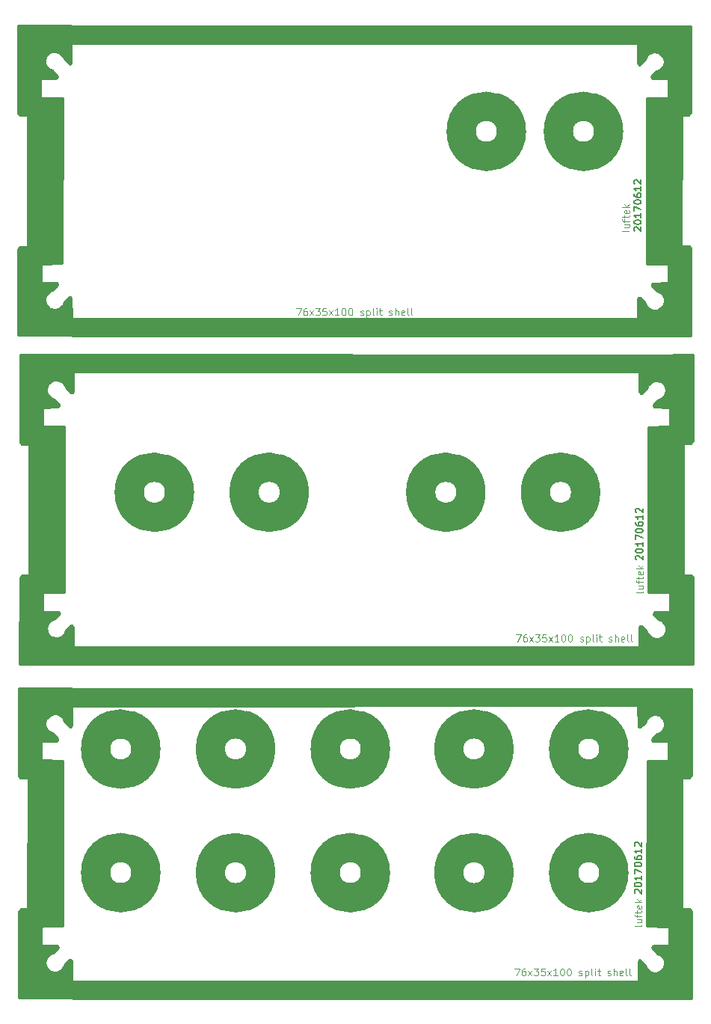
<source format=gts>
%MOIN*%
%OFA0B0*%
%FSLAX46Y46*%
%IPPOS*%
%LPD*%
%ADD10C,0.005905511811023622*%
%ADD11C,0.0039370078740157488*%
%ADD12C,0.027559055118110236*%
%ADD13C,0.053149606299212608*%
%ADD14C,0.11811023622047245*%
%ADD15C,0.01*%
%ADD26C,0.005905511811023622*%
%ADD27C,0.0039370078740157488*%
%ADD28C,0.027559055118110236*%
%ADD29C,0.053149606299212608*%
%ADD30C,0.11811023622047245*%
%ADD31C,0.01*%
%ADD42C,0.005905511811023622*%
%ADD43C,0.0039370078740157488*%
%ADD44C,0.027559055118110236*%
%ADD45C,0.053149606299212608*%
%ADD46C,0.11811023622047245*%
%ADD47C,0.01*%
%LPD*%
G01*
D10*
D11*
X0002717791Y0003421241D02*
X0002716291Y0003418241D01*
X0002713292Y0003416741D01*
X0002686295Y0003416741D01*
X0002696794Y0003446737D02*
X0002717791Y0003446737D01*
X0002696794Y0003433239D02*
X0002713292Y0003433239D01*
X0002716291Y0003434739D01*
X0002717791Y0003437739D01*
X0002717791Y0003442238D01*
X0002716291Y0003445238D01*
X0002714791Y0003446737D01*
X0002696794Y0003457236D02*
X0002696794Y0003469235D01*
X0002717791Y0003461736D02*
X0002690794Y0003461736D01*
X0002687795Y0003463235D01*
X0002686295Y0003466235D01*
X0002686295Y0003469235D01*
X0002696794Y0003475234D02*
X0002696794Y0003487232D01*
X0002686295Y0003479733D02*
X0002713292Y0003479733D01*
X0002716291Y0003481233D01*
X0002717791Y0003484233D01*
X0002717791Y0003487232D01*
X0002716291Y0003509730D02*
X0002717791Y0003506730D01*
X0002717791Y0003500731D01*
X0002716291Y0003497731D01*
X0002713292Y0003496231D01*
X0002701293Y0003496231D01*
X0002698293Y0003497731D01*
X0002696794Y0003500731D01*
X0002696794Y0003506730D01*
X0002698293Y0003509730D01*
X0002701293Y0003511229D01*
X0002704293Y0003511229D01*
X0002707292Y0003496231D01*
X0002717791Y0003524728D02*
X0002686295Y0003524728D01*
X0002705792Y0003527727D02*
X0002717791Y0003536726D01*
X0002696794Y0003536726D02*
X0002708792Y0003524728D01*
D10*
X0002742259Y0003417972D02*
X0002740759Y0003419472D01*
X0002739259Y0003422472D01*
X0002739259Y0003429971D01*
X0002740759Y0003432970D01*
X0002742259Y0003434470D01*
X0002745259Y0003435970D01*
X0002748258Y0003435970D01*
X0002752758Y0003434470D01*
X0002770756Y0003416473D01*
X0002770756Y0003435970D01*
X0002739259Y0003455468D02*
X0002739259Y0003458467D01*
X0002740759Y0003461467D01*
X0002742259Y0003462967D01*
X0002745259Y0003464467D01*
X0002751258Y0003465966D01*
X0002758757Y0003465966D01*
X0002764756Y0003464467D01*
X0002767756Y0003462967D01*
X0002769256Y0003461467D01*
X0002770756Y0003458467D01*
X0002770756Y0003455468D01*
X0002769256Y0003452468D01*
X0002767756Y0003450968D01*
X0002764756Y0003449468D01*
X0002758757Y0003447969D01*
X0002751258Y0003447969D01*
X0002745259Y0003449468D01*
X0002742259Y0003450968D01*
X0002740759Y0003452468D01*
X0002739259Y0003455468D01*
X0002770756Y0003495963D02*
X0002770756Y0003477965D01*
X0002770756Y0003486964D02*
X0002739259Y0003486964D01*
X0002743759Y0003483964D01*
X0002746759Y0003480964D01*
X0002748258Y0003477965D01*
X0002739259Y0003506461D02*
X0002739259Y0003527459D01*
X0002770756Y0003513960D01*
X0002739259Y0003545456D02*
X0002739259Y0003548456D01*
X0002740759Y0003551456D01*
X0002742259Y0003552955D01*
X0002745259Y0003554455D01*
X0002751258Y0003555955D01*
X0002758757Y0003555955D01*
X0002764756Y0003554455D01*
X0002767756Y0003552955D01*
X0002769256Y0003551456D01*
X0002770756Y0003548456D01*
X0002770756Y0003545456D01*
X0002769256Y0003542457D01*
X0002767756Y0003540957D01*
X0002764756Y0003539457D01*
X0002758757Y0003537957D01*
X0002751258Y0003537957D01*
X0002745259Y0003539457D01*
X0002742259Y0003540957D01*
X0002740759Y0003542457D01*
X0002739259Y0003545456D01*
X0002739259Y0003582952D02*
X0002739259Y0003576952D01*
X0002740759Y0003573953D01*
X0002742259Y0003572453D01*
X0002746759Y0003569453D01*
X0002752758Y0003567954D01*
X0002764756Y0003567954D01*
X0002767756Y0003569453D01*
X0002769256Y0003570953D01*
X0002770756Y0003573953D01*
X0002770756Y0003579952D01*
X0002769256Y0003582952D01*
X0002767756Y0003584452D01*
X0002764756Y0003585951D01*
X0002757257Y0003585951D01*
X0002754258Y0003584452D01*
X0002752758Y0003582952D01*
X0002751258Y0003579952D01*
X0002751258Y0003573953D01*
X0002752758Y0003570953D01*
X0002754258Y0003569453D01*
X0002757257Y0003567954D01*
X0002770756Y0003615948D02*
X0002770756Y0003597950D01*
X0002770756Y0003606949D02*
X0002739259Y0003606949D01*
X0002743759Y0003603949D01*
X0002746759Y0003600949D01*
X0002748258Y0003597950D01*
X0002742259Y0003627946D02*
X0002740759Y0003629446D01*
X0002739259Y0003632446D01*
X0002739259Y0003639945D01*
X0002740759Y0003642944D01*
X0002742259Y0003644444D01*
X0002745259Y0003645944D01*
X0002748258Y0003645944D01*
X0002752758Y0003644444D01*
X0002770756Y0003626446D01*
X0002770756Y0003645944D01*
D11*
X0001233408Y0003073547D02*
X0001254405Y0003073547D01*
X0001240907Y0003042051D01*
X0001279902Y0003073547D02*
X0001273903Y0003073547D01*
X0001270903Y0003072047D01*
X0001269403Y0003070547D01*
X0001266404Y0003066048D01*
X0001264904Y0003060048D01*
X0001264904Y0003048050D01*
X0001266404Y0003045050D01*
X0001267903Y0003043550D01*
X0001270903Y0003042051D01*
X0001276902Y0003042051D01*
X0001279902Y0003043550D01*
X0001281402Y0003045050D01*
X0001282902Y0003048050D01*
X0001282902Y0003055549D01*
X0001281402Y0003058548D01*
X0001279902Y0003060048D01*
X0001276902Y0003061548D01*
X0001270903Y0003061548D01*
X0001267903Y0003060048D01*
X0001266404Y0003058548D01*
X0001264904Y0003055549D01*
X0001293400Y0003042051D02*
X0001309898Y0003063048D01*
X0001293400Y0003063048D02*
X0001309898Y0003042051D01*
X0001318897Y0003073547D02*
X0001338395Y0003073547D01*
X0001327896Y0003061548D01*
X0001332395Y0003061548D01*
X0001335395Y0003060048D01*
X0001336895Y0003058548D01*
X0001338395Y0003055549D01*
X0001338395Y0003048050D01*
X0001336895Y0003045050D01*
X0001335395Y0003043550D01*
X0001332395Y0003042051D01*
X0001323397Y0003042051D01*
X0001320397Y0003043550D01*
X0001318897Y0003045050D01*
X0001366891Y0003073547D02*
X0001351893Y0003073547D01*
X0001350393Y0003058548D01*
X0001351893Y0003060048D01*
X0001354893Y0003061548D01*
X0001362392Y0003061548D01*
X0001365391Y0003060048D01*
X0001366891Y0003058548D01*
X0001368391Y0003055549D01*
X0001368391Y0003048050D01*
X0001366891Y0003045050D01*
X0001365391Y0003043550D01*
X0001362392Y0003042051D01*
X0001354893Y0003042051D01*
X0001351893Y0003043550D01*
X0001350393Y0003045050D01*
X0001378890Y0003042051D02*
X0001395388Y0003063048D01*
X0001378890Y0003063048D02*
X0001395388Y0003042051D01*
X0001423884Y0003042051D02*
X0001405886Y0003042051D01*
X0001414885Y0003042051D02*
X0001414885Y0003073547D01*
X0001411885Y0003069047D01*
X0001408886Y0003066048D01*
X0001405886Y0003064548D01*
X0001443382Y0003073547D02*
X0001446381Y0003073547D01*
X0001449381Y0003072047D01*
X0001450881Y0003070547D01*
X0001452380Y0003067547D01*
X0001453880Y0003061548D01*
X0001453880Y0003054049D01*
X0001452380Y0003048050D01*
X0001450881Y0003045050D01*
X0001449381Y0003043550D01*
X0001446381Y0003042051D01*
X0001443382Y0003042051D01*
X0001440382Y0003043550D01*
X0001438882Y0003045050D01*
X0001437382Y0003048050D01*
X0001435882Y0003054049D01*
X0001435882Y0003061548D01*
X0001437382Y0003067547D01*
X0001438882Y0003070547D01*
X0001440382Y0003072047D01*
X0001443382Y0003073547D01*
X0001473378Y0003073547D02*
X0001476377Y0003073547D01*
X0001479377Y0003072047D01*
X0001480877Y0003070547D01*
X0001482377Y0003067547D01*
X0001483877Y0003061548D01*
X0001483877Y0003054049D01*
X0001482377Y0003048050D01*
X0001480877Y0003045050D01*
X0001479377Y0003043550D01*
X0001476377Y0003042051D01*
X0001473378Y0003042051D01*
X0001470378Y0003043550D01*
X0001468878Y0003045050D01*
X0001467379Y0003048050D01*
X0001465879Y0003054049D01*
X0001465879Y0003061548D01*
X0001467379Y0003067547D01*
X0001468878Y0003070547D01*
X0001470378Y0003072047D01*
X0001473378Y0003073547D01*
X0001519872Y0003043550D02*
X0001522872Y0003042051D01*
X0001528871Y0003042051D01*
X0001531870Y0003043550D01*
X0001533370Y0003046550D01*
X0001533370Y0003048050D01*
X0001531870Y0003051049D01*
X0001528871Y0003052549D01*
X0001524371Y0003052549D01*
X0001521372Y0003054049D01*
X0001519872Y0003057049D01*
X0001519872Y0003058548D01*
X0001521372Y0003061548D01*
X0001524371Y0003063048D01*
X0001528871Y0003063048D01*
X0001531870Y0003061548D01*
X0001546869Y0003063048D02*
X0001546869Y0003031552D01*
X0001546869Y0003061548D02*
X0001549868Y0003063048D01*
X0001555867Y0003063048D01*
X0001558867Y0003061548D01*
X0001560367Y0003060048D01*
X0001561867Y0003057049D01*
X0001561867Y0003048050D01*
X0001560367Y0003045050D01*
X0001558867Y0003043550D01*
X0001555867Y0003042051D01*
X0001549868Y0003042051D01*
X0001546869Y0003043550D01*
X0001579865Y0003042051D02*
X0001576865Y0003043550D01*
X0001575365Y0003046550D01*
X0001575365Y0003073547D01*
X0001591863Y0003042051D02*
X0001591863Y0003063048D01*
X0001591863Y0003073547D02*
X0001590363Y0003072047D01*
X0001591863Y0003070547D01*
X0001593363Y0003072047D01*
X0001591863Y0003073547D01*
X0001591863Y0003070547D01*
X0001602362Y0003063048D02*
X0001614360Y0003063048D01*
X0001606861Y0003073547D02*
X0001606861Y0003046550D01*
X0001608361Y0003043550D01*
X0001611361Y0003042051D01*
X0001614360Y0003042051D01*
X0001647356Y0003043550D02*
X0001650356Y0003042051D01*
X0001656355Y0003042051D01*
X0001659355Y0003043550D01*
X0001660854Y0003046550D01*
X0001660854Y0003048050D01*
X0001659355Y0003051049D01*
X0001656355Y0003052549D01*
X0001651855Y0003052549D01*
X0001648856Y0003054049D01*
X0001647356Y0003057049D01*
X0001647356Y0003058548D01*
X0001648856Y0003061548D01*
X0001651855Y0003063048D01*
X0001656355Y0003063048D01*
X0001659355Y0003061548D01*
X0001674353Y0003042051D02*
X0001674353Y0003073547D01*
X0001687851Y0003042051D02*
X0001687851Y0003058548D01*
X0001686351Y0003061548D01*
X0001683352Y0003063048D01*
X0001678852Y0003063048D01*
X0001675852Y0003061548D01*
X0001674353Y0003060048D01*
X0001714848Y0003043550D02*
X0001711848Y0003042051D01*
X0001705849Y0003042051D01*
X0001702849Y0003043550D01*
X0001701349Y0003046550D01*
X0001701349Y0003058548D01*
X0001702849Y0003061548D01*
X0001705849Y0003063048D01*
X0001711848Y0003063048D01*
X0001714848Y0003061548D01*
X0001716347Y0003058548D01*
X0001716347Y0003055549D01*
X0001701349Y0003052549D01*
X0001734345Y0003042051D02*
X0001731346Y0003043550D01*
X0001729846Y0003046550D01*
X0001729846Y0003073547D01*
X0001750843Y0003042051D02*
X0001747844Y0003043550D01*
X0001746344Y0003046550D01*
X0001746344Y0003073547D01*
D12*
X0002195669Y0003939370D02*
X0002195669Y0003783070D01*
D13*
X0002231496Y0003861417D02*
G75*
G03X0002231496Y0003861417I-0000150787D01*
G01*
D14*
X0002185433Y0003861417D02*
G75*
G03X0002185433Y0003861417I-0000104724D01*
G01*
X0002618503Y0003861417D02*
G75*
G03X0002618503Y0003861417I-0000104724D01*
G01*
D13*
X0002664566Y0003861417D02*
G75*
G03X0002664566Y0003861417I-0000150787D01*
G01*
D12*
X0002628740Y0003939370D02*
X0002628740Y0003783070D01*
D15*
G36*
X0002787796Y0004329123D02*
X0002777727Y0004254472D01*
X0000187953Y0004253687D01*
X0000188999Y0004331084D01*
X0002787796Y0004329123D01*
X0002787796Y0004329123D01*
G37*
X0002787796Y0004329123D02*
X0002777727Y0004254472D01*
X0000187953Y0004253687D01*
X0000188999Y0004331084D01*
X0002787796Y0004329123D01*
G36*
X0002760146Y0002950144D02*
X0000232744Y0002950928D01*
X0000232397Y0003026364D01*
X0002759798Y0003027149D01*
X0002760146Y0002950144D01*
X0002760146Y0002950144D01*
G37*
X0002760146Y0002950144D02*
X0000232744Y0002950928D01*
X0000232397Y0003026364D01*
X0002759798Y0003027149D01*
X0002760146Y0002950144D01*
G36*
X0002993241Y0003946418D02*
X0002983929Y0003934001D01*
X0002956507Y0003934001D01*
X0002954594Y0003933620D01*
X0002952972Y0003932536D01*
X0002951888Y0003930914D01*
X0002951507Y0003929011D01*
X0002950326Y0003354208D01*
X0002950703Y0003352294D01*
X0002951783Y0003350669D01*
X0002953403Y0003349582D01*
X0002955326Y0003349197D01*
X0002984357Y0003349197D01*
X0002993240Y0003340315D01*
X0002993240Y0002949749D01*
X0002756760Y0002949749D01*
X0002756389Y0003031377D01*
X0002756389Y0003116310D01*
X0002759356Y0003120266D01*
X0002761529Y0003121269D01*
X0002765698Y0003119879D01*
X0002789049Y0003097988D01*
X0002792225Y0003085989D01*
X0002793635Y0003083624D01*
X0002806627Y0003071419D01*
X0002808153Y0003070438D01*
X0002823507Y0003064139D01*
X0002825405Y0003063764D01*
X0002840366Y0003063764D01*
X0002842860Y0003064431D01*
X0002855853Y0003071912D01*
X0002856671Y0003072500D01*
X0002866907Y0003081555D01*
X0002868213Y0003083385D01*
X0002874906Y0003099527D01*
X0002875285Y0003101589D01*
X0002874891Y0003114974D01*
X0002874545Y0003116660D01*
X0002869427Y0003129652D01*
X0002868439Y0003131222D01*
X0002858203Y0003142245D01*
X0002856537Y0003143427D01*
X0002842031Y0003149750D01*
X0002819678Y0003171736D01*
X0002818106Y0003178025D01*
X0002820100Y0003182013D01*
X0002825877Y0003185040D01*
X0002887672Y0003185812D01*
X0002889581Y0003186217D01*
X0002891189Y0003187321D01*
X0002892253Y0003188956D01*
X0002892610Y0003190812D01*
X0002892610Y0003265615D01*
X0002892229Y0003267528D01*
X0002891145Y0003269150D01*
X0002889523Y0003270234D01*
X0002887671Y0003270614D01*
X0002795762Y0003271735D01*
X0002796150Y0004009122D01*
X0002886511Y0004010615D01*
X0002888418Y0004011028D01*
X0002890022Y0004012138D01*
X0002891079Y0004013778D01*
X0002891429Y0004015589D01*
X0002891822Y0004091179D01*
X0002891452Y0004093095D01*
X0002890376Y0004094722D01*
X0002888760Y0004095815D01*
X0002886852Y0004096205D01*
X0002821869Y0004096588D01*
X0002818344Y0004099861D01*
X0002816550Y0004103000D01*
X0002817353Y0004106413D01*
X0002839612Y0004129037D01*
X0002851176Y0004133374D01*
X0002852862Y0004134428D01*
X0002868216Y0004148995D01*
X0002869529Y0004151073D01*
X0002875434Y0004169183D01*
X0002875515Y0004172010D01*
X0002870003Y0004192876D01*
X0002868751Y0004195087D01*
X0002854184Y0004210048D01*
X0002852577Y0004211153D01*
X0002851466Y0004211485D01*
X0002829025Y0004215422D01*
X0002826948Y0004215347D01*
X0002812775Y0004211804D01*
X0002810787Y0004210795D01*
X0002796614Y0004198983D01*
X0002795210Y0004197091D01*
X0002787002Y0004177691D01*
X0002765289Y0004158922D01*
X0002763348Y0004158146D01*
X0002760290Y0004158554D01*
X0002758052Y0004160588D01*
X0002755992Y0004166476D01*
X0002755602Y0004248201D01*
X0002758941Y0004329444D01*
X0002809586Y0004328726D01*
X0002809688Y0004328725D01*
X0002993628Y0004329875D01*
X0002993241Y0003946418D01*
X0002993241Y0003946418D01*
G37*
X0002993241Y0003946418D02*
X0002983929Y0003934001D01*
X0002956507Y0003934001D01*
X0002954594Y0003933620D01*
X0002952972Y0003932536D01*
X0002951888Y0003930914D01*
X0002951507Y0003929011D01*
X0002950326Y0003354208D01*
X0002950703Y0003352294D01*
X0002951783Y0003350669D01*
X0002953403Y0003349582D01*
X0002955326Y0003349197D01*
X0002984357Y0003349197D01*
X0002993240Y0003340315D01*
X0002993240Y0002949749D01*
X0002756760Y0002949749D01*
X0002756389Y0003031377D01*
X0002756389Y0003116310D01*
X0002759356Y0003120266D01*
X0002761529Y0003121269D01*
X0002765698Y0003119879D01*
X0002789049Y0003097988D01*
X0002792225Y0003085989D01*
X0002793635Y0003083624D01*
X0002806627Y0003071419D01*
X0002808153Y0003070438D01*
X0002823507Y0003064139D01*
X0002825405Y0003063764D01*
X0002840366Y0003063764D01*
X0002842860Y0003064431D01*
X0002855853Y0003071912D01*
X0002856671Y0003072500D01*
X0002866907Y0003081555D01*
X0002868213Y0003083385D01*
X0002874906Y0003099527D01*
X0002875285Y0003101589D01*
X0002874891Y0003114974D01*
X0002874545Y0003116660D01*
X0002869427Y0003129652D01*
X0002868439Y0003131222D01*
X0002858203Y0003142245D01*
X0002856537Y0003143427D01*
X0002842031Y0003149750D01*
X0002819678Y0003171736D01*
X0002818106Y0003178025D01*
X0002820100Y0003182013D01*
X0002825877Y0003185040D01*
X0002887672Y0003185812D01*
X0002889581Y0003186217D01*
X0002891189Y0003187321D01*
X0002892253Y0003188956D01*
X0002892610Y0003190812D01*
X0002892610Y0003265615D01*
X0002892229Y0003267528D01*
X0002891145Y0003269150D01*
X0002889523Y0003270234D01*
X0002887671Y0003270614D01*
X0002795762Y0003271735D01*
X0002796150Y0004009122D01*
X0002886511Y0004010615D01*
X0002888418Y0004011028D01*
X0002890022Y0004012138D01*
X0002891079Y0004013778D01*
X0002891429Y0004015589D01*
X0002891822Y0004091179D01*
X0002891452Y0004093095D01*
X0002890376Y0004094722D01*
X0002888760Y0004095815D01*
X0002886852Y0004096205D01*
X0002821869Y0004096588D01*
X0002818344Y0004099861D01*
X0002816550Y0004103000D01*
X0002817353Y0004106413D01*
X0002839612Y0004129037D01*
X0002851176Y0004133374D01*
X0002852862Y0004134428D01*
X0002868216Y0004148995D01*
X0002869529Y0004151073D01*
X0002875434Y0004169183D01*
X0002875515Y0004172010D01*
X0002870003Y0004192876D01*
X0002868751Y0004195087D01*
X0002854184Y0004210048D01*
X0002852577Y0004211153D01*
X0002851466Y0004211485D01*
X0002829025Y0004215422D01*
X0002826948Y0004215347D01*
X0002812775Y0004211804D01*
X0002810787Y0004210795D01*
X0002796614Y0004198983D01*
X0002795210Y0004197091D01*
X0002787002Y0004177691D01*
X0002765289Y0004158922D01*
X0002763348Y0004158146D01*
X0002760290Y0004158554D01*
X0002758052Y0004160588D01*
X0002755992Y0004166476D01*
X0002755602Y0004248201D01*
X0002758941Y0004329444D01*
X0002809586Y0004328726D01*
X0002809688Y0004328725D01*
X0002993628Y0004329875D01*
X0002993241Y0003946418D01*
G36*
X0000230247Y0004250640D02*
X0000230247Y0004165707D01*
X0000227281Y0004161751D01*
X0000225108Y0004160748D01*
X0000220939Y0004162138D01*
X0000197588Y0004184029D01*
X0000194412Y0004196028D01*
X0000193002Y0004198393D01*
X0000180009Y0004210598D01*
X0000178484Y0004211579D01*
X0000163130Y0004217878D01*
X0000161232Y0004218253D01*
X0000146271Y0004218253D01*
X0000143776Y0004217586D01*
X0000130784Y0004210105D01*
X0000129966Y0004209517D01*
X0000119730Y0004200462D01*
X0000118424Y0004198632D01*
X0000111731Y0004182491D01*
X0000111352Y0004180428D01*
X0000111746Y0004167043D01*
X0000112092Y0004165357D01*
X0000117210Y0004152365D01*
X0000118198Y0004150795D01*
X0000128434Y0004139772D01*
X0000130100Y0004138590D01*
X0000144606Y0004132267D01*
X0000166959Y0004110281D01*
X0000168531Y0004103992D01*
X0000166537Y0004100004D01*
X0000160760Y0004096977D01*
X0000098965Y0004096205D01*
X0000097056Y0004095800D01*
X0000095448Y0004094696D01*
X0000094384Y0004093061D01*
X0000094027Y0004091205D01*
X0000094027Y0004016402D01*
X0000094408Y0004014489D01*
X0000095492Y0004012867D01*
X0000097114Y0004011783D01*
X0000098966Y0004011403D01*
X0000190875Y0004010282D01*
X0000190486Y0003272895D01*
X0000100126Y0003271402D01*
X0000098219Y0003270989D01*
X0000096615Y0003269879D01*
X0000095558Y0003268239D01*
X0000095208Y0003266428D01*
X0000094815Y0003190838D01*
X0000095185Y0003188922D01*
X0000096261Y0003187295D01*
X0000097877Y0003186202D01*
X0000099785Y0003185812D01*
X0000164768Y0003185429D01*
X0000168293Y0003182156D01*
X0000170087Y0003179017D01*
X0000169284Y0003175604D01*
X0000147025Y0003152980D01*
X0000135460Y0003148643D01*
X0000133775Y0003147589D01*
X0000118420Y0003133022D01*
X0000117108Y0003130944D01*
X0000111202Y0003112834D01*
X0000111122Y0003110007D01*
X0000116634Y0003089141D01*
X0000117886Y0003086930D01*
X0000132453Y0003071969D01*
X0000134060Y0003070864D01*
X0000135171Y0003070533D01*
X0000157612Y0003066596D01*
X0000159689Y0003066670D01*
X0000173862Y0003070213D01*
X0000175850Y0003071223D01*
X0000190023Y0003083034D01*
X0000191427Y0003084926D01*
X0000199635Y0003104326D01*
X0000221347Y0003123095D01*
X0000223288Y0003123871D01*
X0000226346Y0003123463D01*
X0000228585Y0003121429D01*
X0000230645Y0003115541D01*
X0000231034Y0003033816D01*
X0000227692Y0002952480D01*
X0000154923Y0002952111D01*
X-0000006991Y0002952111D01*
X-0000006604Y0003335599D01*
X0000002708Y0003348016D01*
X0000030129Y0003348016D01*
X0000032043Y0003348397D01*
X0000033665Y0003349481D01*
X0000034749Y0003351103D01*
X0000035129Y0003353006D01*
X0000036310Y0003927809D01*
X0000035934Y0003929723D01*
X0000034853Y0003931348D01*
X0000033233Y0003932435D01*
X0000031310Y0003932820D01*
X0000002279Y0003932820D01*
X-0000006602Y0003941702D01*
X-0000006602Y0004332268D01*
X0000229876Y0004332268D01*
X0000230247Y0004250640D01*
X0000230247Y0004250640D01*
G37*
X0000230247Y0004250640D02*
X0000230247Y0004165707D01*
X0000227281Y0004161751D01*
X0000225108Y0004160748D01*
X0000220939Y0004162138D01*
X0000197588Y0004184029D01*
X0000194412Y0004196028D01*
X0000193002Y0004198393D01*
X0000180009Y0004210598D01*
X0000178484Y0004211579D01*
X0000163130Y0004217878D01*
X0000161232Y0004218253D01*
X0000146271Y0004218253D01*
X0000143776Y0004217586D01*
X0000130784Y0004210105D01*
X0000129966Y0004209517D01*
X0000119730Y0004200462D01*
X0000118424Y0004198632D01*
X0000111731Y0004182491D01*
X0000111352Y0004180428D01*
X0000111746Y0004167043D01*
X0000112092Y0004165357D01*
X0000117210Y0004152365D01*
X0000118198Y0004150795D01*
X0000128434Y0004139772D01*
X0000130100Y0004138590D01*
X0000144606Y0004132267D01*
X0000166959Y0004110281D01*
X0000168531Y0004103992D01*
X0000166537Y0004100004D01*
X0000160760Y0004096977D01*
X0000098965Y0004096205D01*
X0000097056Y0004095800D01*
X0000095448Y0004094696D01*
X0000094384Y0004093061D01*
X0000094027Y0004091205D01*
X0000094027Y0004016402D01*
X0000094408Y0004014489D01*
X0000095492Y0004012867D01*
X0000097114Y0004011783D01*
X0000098966Y0004011403D01*
X0000190875Y0004010282D01*
X0000190486Y0003272895D01*
X0000100126Y0003271402D01*
X0000098219Y0003270989D01*
X0000096615Y0003269879D01*
X0000095558Y0003268239D01*
X0000095208Y0003266428D01*
X0000094815Y0003190838D01*
X0000095185Y0003188922D01*
X0000096261Y0003187295D01*
X0000097877Y0003186202D01*
X0000099785Y0003185812D01*
X0000164768Y0003185429D01*
X0000168293Y0003182156D01*
X0000170087Y0003179017D01*
X0000169284Y0003175604D01*
X0000147025Y0003152980D01*
X0000135460Y0003148643D01*
X0000133775Y0003147589D01*
X0000118420Y0003133022D01*
X0000117108Y0003130944D01*
X0000111202Y0003112834D01*
X0000111122Y0003110007D01*
X0000116634Y0003089141D01*
X0000117886Y0003086930D01*
X0000132453Y0003071969D01*
X0000134060Y0003070864D01*
X0000135171Y0003070533D01*
X0000157612Y0003066596D01*
X0000159689Y0003066670D01*
X0000173862Y0003070213D01*
X0000175850Y0003071223D01*
X0000190023Y0003083034D01*
X0000191427Y0003084926D01*
X0000199635Y0003104326D01*
X0000221347Y0003123095D01*
X0000223288Y0003123871D01*
X0000226346Y0003123463D01*
X0000228585Y0003121429D01*
X0000230645Y0003115541D01*
X0000231034Y0003033816D01*
X0000227692Y0002952480D01*
X0000154923Y0002952111D01*
X-0000006991Y0002952111D01*
X-0000006604Y0003335599D01*
X0000002708Y0003348016D01*
X0000030129Y0003348016D01*
X0000032043Y0003348397D01*
X0000033665Y0003349481D01*
X0000034749Y0003351103D01*
X0000035129Y0003353006D01*
X0000036310Y0003927809D01*
X0000035934Y0003929723D01*
X0000034853Y0003931348D01*
X0000033233Y0003932435D01*
X0000031310Y0003932820D01*
X0000002279Y0003932820D01*
X-0000006602Y0003941702D01*
X-0000006602Y0004332268D01*
X0000229876Y0004332268D01*
X0000230247Y0004250640D01*
G04 next file*
%LPD*%
G01*
D26*
D27*
X0002774090Y0000323209D02*
X0002772589Y0000320210D01*
X0002769591Y0000318710D01*
X0002742594Y0000318710D01*
X0002753093Y0000348706D02*
X0002774090Y0000348706D01*
X0002753093Y0000335208D02*
X0002769591Y0000335208D01*
X0002772589Y0000336707D01*
X0002774090Y0000339707D01*
X0002774090Y0000344206D01*
X0002772589Y0000347206D01*
X0002771091Y0000348706D01*
X0002753093Y0000359205D02*
X0002753093Y0000371203D01*
X0002774090Y0000363704D02*
X0002747094Y0000363704D01*
X0002744094Y0000365204D01*
X0002742594Y0000368203D01*
X0002742594Y0000371203D01*
X0002753093Y0000377202D02*
X0002753093Y0000389200D01*
X0002742594Y0000381702D02*
X0002769591Y0000381702D01*
X0002772589Y0000383202D01*
X0002774090Y0000386200D01*
X0002774090Y0000389200D01*
X0002772589Y0000411697D02*
X0002774090Y0000408697D01*
X0002774090Y0000402699D01*
X0002772589Y0000399700D01*
X0002769591Y0000398200D01*
X0002757592Y0000398200D01*
X0002754593Y0000399700D01*
X0002753093Y0000402699D01*
X0002753093Y0000408697D01*
X0002754593Y0000411697D01*
X0002757592Y0000413197D01*
X0002760592Y0000413197D01*
X0002763592Y0000398200D01*
X0002774090Y0000426696D02*
X0002742594Y0000426696D01*
X0002762091Y0000429696D02*
X0002774090Y0000438695D01*
X0002753093Y0000438695D02*
X0002765091Y0000426696D01*
D26*
X0002744019Y0000465348D02*
X0002742519Y0000466848D01*
X0002741018Y0000469848D01*
X0002741018Y0000477348D01*
X0002742519Y0000480347D01*
X0002744019Y0000481847D01*
X0002747019Y0000483347D01*
X0002750018Y0000483347D01*
X0002754518Y0000481847D01*
X0002772515Y0000463848D01*
X0002772515Y0000483347D01*
X0002741018Y0000502843D02*
X0002741018Y0000505843D01*
X0002742519Y0000508843D01*
X0002744019Y0000510344D01*
X0002747019Y0000511843D01*
X0002753018Y0000513343D01*
X0002760517Y0000513343D01*
X0002766516Y0000511843D01*
X0002769516Y0000510344D01*
X0002771016Y0000508843D01*
X0002772515Y0000505843D01*
X0002772515Y0000502843D01*
X0002771016Y0000499845D01*
X0002769516Y0000498345D01*
X0002766516Y0000496845D01*
X0002760517Y0000495345D01*
X0002753018Y0000495345D01*
X0002747019Y0000496845D01*
X0002744019Y0000498345D01*
X0002742519Y0000499845D01*
X0002741018Y0000502843D01*
X0002772515Y0000543339D02*
X0002772515Y0000525342D01*
X0002772515Y0000534340D02*
X0002741018Y0000534340D01*
X0002745519Y0000531341D01*
X0002748518Y0000528341D01*
X0002750018Y0000525342D01*
X0002741018Y0000553838D02*
X0002741018Y0000574835D01*
X0002772515Y0000561337D01*
X0002741018Y0000592833D02*
X0002741018Y0000595833D01*
X0002742519Y0000598832D01*
X0002744019Y0000600332D01*
X0002747019Y0000601832D01*
X0002753018Y0000603332D01*
X0002760517Y0000603332D01*
X0002766516Y0000601832D01*
X0002769516Y0000600332D01*
X0002771016Y0000598832D01*
X0002772515Y0000595833D01*
X0002772515Y0000592833D01*
X0002771016Y0000589834D01*
X0002769516Y0000588334D01*
X0002766516Y0000586834D01*
X0002760517Y0000585334D01*
X0002753018Y0000585334D01*
X0002747019Y0000586834D01*
X0002744019Y0000588334D01*
X0002742519Y0000589834D01*
X0002741018Y0000592833D01*
X0002741018Y0000630329D02*
X0002741018Y0000624329D01*
X0002742519Y0000621330D01*
X0002744019Y0000619830D01*
X0002748518Y0000616830D01*
X0002754518Y0000615330D01*
X0002766516Y0000615330D01*
X0002769516Y0000616830D01*
X0002771016Y0000618330D01*
X0002772515Y0000621330D01*
X0002772515Y0000627329D01*
X0002771016Y0000630329D01*
X0002769516Y0000631827D01*
X0002766516Y0000633328D01*
X0002759017Y0000633328D01*
X0002756017Y0000631827D01*
X0002754518Y0000630329D01*
X0002753018Y0000627329D01*
X0002753018Y0000621330D01*
X0002754518Y0000618330D01*
X0002756017Y0000616830D01*
X0002759017Y0000615330D01*
X0002772515Y0000663324D02*
X0002772515Y0000645327D01*
X0002772515Y0000654326D02*
X0002741018Y0000654326D01*
X0002745519Y0000651326D01*
X0002748518Y0000648326D01*
X0002750018Y0000645327D01*
X0002744019Y0000675322D02*
X0002742519Y0000676823D01*
X0002741018Y0000679822D01*
X0002741018Y0000687321D01*
X0002742519Y0000690321D01*
X0002744019Y0000691821D01*
X0002747019Y0000693321D01*
X0002750018Y0000693321D01*
X0002754518Y0000691821D01*
X0002772515Y0000673823D01*
X0002772515Y0000693321D01*
D27*
X0002207424Y0000131027D02*
X0002228421Y0000131027D01*
X0002214923Y0000099530D01*
X0002253918Y0000131027D02*
X0002247918Y0000131027D01*
X0002244919Y0000129527D01*
X0002243419Y0000128027D01*
X0002240419Y0000123528D01*
X0002238920Y0000117529D01*
X0002238920Y0000105530D01*
X0002240419Y0000102530D01*
X0002241919Y0000101030D01*
X0002244919Y0000099530D01*
X0002250918Y0000099530D01*
X0002253918Y0000101030D01*
X0002255418Y0000102530D01*
X0002256917Y0000105530D01*
X0002256917Y0000113029D01*
X0002255418Y0000116029D01*
X0002253918Y0000117529D01*
X0002250918Y0000119028D01*
X0002244919Y0000119028D01*
X0002241919Y0000117529D01*
X0002240419Y0000116029D01*
X0002238920Y0000113029D01*
X0002267416Y0000099530D02*
X0002283914Y0000120528D01*
X0002267416Y0000120528D02*
X0002283914Y0000099530D01*
X0002292913Y0000131027D02*
X0002312410Y0000131027D01*
X0002301912Y0000119028D01*
X0002306411Y0000119028D01*
X0002309411Y0000117529D01*
X0002310911Y0000116029D01*
X0002312410Y0000113029D01*
X0002312410Y0000105530D01*
X0002310911Y0000102530D01*
X0002309411Y0000101030D01*
X0002306411Y0000099530D01*
X0002297412Y0000099530D01*
X0002294413Y0000101030D01*
X0002292913Y0000102530D01*
X0002340907Y0000131027D02*
X0002325909Y0000131027D01*
X0002324409Y0000116029D01*
X0002325909Y0000117529D01*
X0002328908Y0000119028D01*
X0002336407Y0000119028D01*
X0002339407Y0000117529D01*
X0002340907Y0000116029D01*
X0002342407Y0000113029D01*
X0002342407Y0000105530D01*
X0002340907Y0000102530D01*
X0002339407Y0000101030D01*
X0002336407Y0000099530D01*
X0002328908Y0000099530D01*
X0002325909Y0000101030D01*
X0002324409Y0000102530D01*
X0002352905Y0000099530D02*
X0002369403Y0000120528D01*
X0002352905Y0000120528D02*
X0002369403Y0000099530D01*
X0002397900Y0000099530D02*
X0002379902Y0000099530D01*
X0002388901Y0000099530D02*
X0002388901Y0000131027D01*
X0002385901Y0000126527D01*
X0002382902Y0000123528D01*
X0002379902Y0000122028D01*
X0002417397Y0000131027D02*
X0002420397Y0000131027D01*
X0002423397Y0000129527D01*
X0002424896Y0000128027D01*
X0002426396Y0000125028D01*
X0002427896Y0000119028D01*
X0002427896Y0000111529D01*
X0002426396Y0000105530D01*
X0002424896Y0000102530D01*
X0002423397Y0000101030D01*
X0002420397Y0000099530D01*
X0002417397Y0000099530D01*
X0002414398Y0000101030D01*
X0002412898Y0000102530D01*
X0002411398Y0000105530D01*
X0002409898Y0000111529D01*
X0002409898Y0000119028D01*
X0002411398Y0000125028D01*
X0002412898Y0000128027D01*
X0002414398Y0000129527D01*
X0002417397Y0000131027D01*
X0002447394Y0000131027D02*
X0002450393Y0000131027D01*
X0002453393Y0000129527D01*
X0002454893Y0000128027D01*
X0002456392Y0000125028D01*
X0002457892Y0000119028D01*
X0002457892Y0000111529D01*
X0002456392Y0000105530D01*
X0002454893Y0000102530D01*
X0002453393Y0000101030D01*
X0002450393Y0000099530D01*
X0002447394Y0000099530D01*
X0002444394Y0000101030D01*
X0002442894Y0000102530D01*
X0002441394Y0000105530D01*
X0002439895Y0000111529D01*
X0002439895Y0000119028D01*
X0002441394Y0000125028D01*
X0002442894Y0000128027D01*
X0002444394Y0000129527D01*
X0002447394Y0000131027D01*
X0002493888Y0000101030D02*
X0002496887Y0000099530D01*
X0002502887Y0000099530D01*
X0002505886Y0000101030D01*
X0002507386Y0000104030D01*
X0002507386Y0000105530D01*
X0002505886Y0000108530D01*
X0002502887Y0000110029D01*
X0002498387Y0000110029D01*
X0002495388Y0000111529D01*
X0002493888Y0000114529D01*
X0002493888Y0000116029D01*
X0002495388Y0000119028D01*
X0002498387Y0000120528D01*
X0002502887Y0000120528D01*
X0002505886Y0000119028D01*
X0002520884Y0000120528D02*
X0002520884Y0000089032D01*
X0002520884Y0000119028D02*
X0002523884Y0000120528D01*
X0002529883Y0000120528D01*
X0002532883Y0000119028D01*
X0002534383Y0000117529D01*
X0002535882Y0000114529D01*
X0002535882Y0000105530D01*
X0002534383Y0000102530D01*
X0002532883Y0000101030D01*
X0002529883Y0000099530D01*
X0002523884Y0000099530D01*
X0002520884Y0000101030D01*
X0002553880Y0000099530D02*
X0002550881Y0000101030D01*
X0002549381Y0000104030D01*
X0002549381Y0000131027D01*
X0002565879Y0000099530D02*
X0002565879Y0000120528D01*
X0002565879Y0000131027D02*
X0002564379Y0000129527D01*
X0002565879Y0000128027D01*
X0002567379Y0000129527D01*
X0002565879Y0000131027D01*
X0002565879Y0000128027D01*
X0002576377Y0000120528D02*
X0002588376Y0000120528D01*
X0002580877Y0000131027D02*
X0002580877Y0000104030D01*
X0002582377Y0000101030D01*
X0002585376Y0000099530D01*
X0002588376Y0000099530D01*
X0002621372Y0000101030D02*
X0002624371Y0000099530D01*
X0002630371Y0000099530D01*
X0002633370Y0000101030D01*
X0002634870Y0000104030D01*
X0002634870Y0000105530D01*
X0002633370Y0000108530D01*
X0002630371Y0000110029D01*
X0002625871Y0000110029D01*
X0002622872Y0000111529D01*
X0002621372Y0000114529D01*
X0002621372Y0000116029D01*
X0002622872Y0000119028D01*
X0002625871Y0000120528D01*
X0002630371Y0000120528D01*
X0002633370Y0000119028D01*
X0002648368Y0000099530D02*
X0002648368Y0000131027D01*
X0002661867Y0000099530D02*
X0002661867Y0000116029D01*
X0002660366Y0000119028D01*
X0002657367Y0000120528D01*
X0002652868Y0000120528D01*
X0002649868Y0000119028D01*
X0002648368Y0000117529D01*
X0002688863Y0000101030D02*
X0002685864Y0000099530D01*
X0002679865Y0000099530D01*
X0002676865Y0000101030D01*
X0002675365Y0000104030D01*
X0002675365Y0000116029D01*
X0002676865Y0000119028D01*
X0002679865Y0000120528D01*
X0002685864Y0000120528D01*
X0002688863Y0000119028D01*
X0002690363Y0000116029D01*
X0002690363Y0000113029D01*
X0002675365Y0000110029D01*
X0002708361Y0000099530D02*
X0002705361Y0000101030D01*
X0002703862Y0000104030D01*
X0002703862Y0000131027D01*
X0002724858Y0000099530D02*
X0002721859Y0000101030D01*
X0002720359Y0000104030D01*
X0002720359Y0000131027D01*
D28*
X0002652362Y0000635826D02*
X0002652362Y0000479527D01*
D29*
X0002688188Y0000557874D02*
G75*
G03X0002688188Y0000557874I-0000150787D01*
G01*
D30*
X0002642124Y0000557874D02*
G75*
G03X0002642124Y0000557874I-0000104724D01*
G01*
D28*
X0002140551Y0000635826D02*
X0002140551Y0000479527D01*
D29*
X0002176377Y0000557874D02*
G75*
G03X0002176377Y0000557874I-0000150787D01*
G01*
D30*
X0002130314Y0000557874D02*
G75*
G03X0002130314Y0000557874I-0000104724D01*
G01*
D28*
X0002652362Y0001187007D02*
X0002652362Y0001030708D01*
D29*
X0002688188Y0001109055D02*
G75*
G03X0002688188Y0001109055I-0000150787D01*
G01*
D30*
X0002642124Y0001109055D02*
G75*
G03X0002642124Y0001109055I-0000104724D01*
G01*
D28*
X0002140551Y0001187007D02*
X0002140551Y0001030708D01*
D29*
X0002176377Y0001109055D02*
G75*
G03X0002176377Y0001109055I-0000150787D01*
G01*
D30*
X0002130314Y0001109055D02*
G75*
G03X0002130314Y0001109055I-0000104724D01*
G01*
D28*
X0001589370Y0000635826D02*
X0001589370Y0000479527D01*
D29*
X0001625196Y0000557874D02*
G75*
G03X0001625196Y0000557874I-0000150787D01*
G01*
D30*
X0001579133Y0000557874D02*
G75*
G03X0001579133Y0000557874I-0000104724D01*
G01*
D28*
X0001077559Y0000635826D02*
X0001077559Y0000479527D01*
D29*
X0001113385Y0000557874D02*
G75*
G03X0001113385Y0000557874I-0000150787D01*
G01*
D30*
X0001067322Y0000557874D02*
G75*
G03X0001067322Y0000557874I-0000104724D01*
G01*
D28*
X0000565748Y0000635826D02*
X0000565748Y0000479527D01*
D29*
X0000601574Y0000557874D02*
G75*
G03X0000601574Y0000557874I-0000150787D01*
G01*
D30*
X0000555511Y0000557874D02*
G75*
G03X0000555511Y0000557874I-0000104724D01*
G01*
D28*
X0001589370Y0001187007D02*
X0001589370Y0001030708D01*
D29*
X0001625196Y0001109055D02*
G75*
G03X0001625196Y0001109055I-0000150787D01*
G01*
D30*
X0001579133Y0001109055D02*
G75*
G03X0001579133Y0001109055I-0000104724D01*
G01*
D28*
X0001077559Y0001187007D02*
X0001077559Y0001030708D01*
D29*
X0001113385Y0001109055D02*
G75*
G03X0001113385Y0001109055I-0000150787D01*
G01*
D30*
X0001067322Y0001109055D02*
G75*
G03X0001067322Y0001109055I-0000104724D01*
G01*
D28*
X0000565748Y0001187007D02*
X0000565748Y0001030708D01*
D29*
X0000601574Y0001109055D02*
G75*
G03X0000601574Y0001109055I-0000150787D01*
G01*
D30*
X0000555511Y0001109055D02*
G75*
G03X0000555511Y0001109055I-0000104724D01*
G01*
D31*
G36*
X0002789556Y0001376500D02*
X0002779487Y0001301849D01*
X0000189713Y0001301064D01*
X0000190759Y0001378460D01*
X0002789556Y0001376500D01*
X0002789556Y0001376500D01*
G37*
X0002789556Y0001376500D02*
X0002779487Y0001301849D01*
X0000189713Y0001301064D01*
X0000190759Y0001378460D01*
X0002789556Y0001376500D01*
G36*
X0002761906Y-0000002478D02*
X0000234504Y-0000001694D01*
X0000234156Y0000073741D01*
X0002761557Y0000074525D01*
X0002761906Y-0000002478D01*
X0002761906Y-0000002478D01*
G37*
X0002761906Y-0000002478D02*
X0000234504Y-0000001694D01*
X0000234156Y0000073741D01*
X0002761557Y0000074525D01*
X0002761906Y-0000002478D01*
G36*
X0002995001Y0000993794D02*
X0002985688Y0000981377D01*
X0002958267Y0000981377D01*
X0002956354Y0000980997D01*
X0002954732Y0000979913D01*
X0002953648Y0000978291D01*
X0002953267Y0000976388D01*
X0002952086Y0000401585D01*
X0002952462Y0000399670D01*
X0002953543Y0000398046D01*
X0002955163Y0000396959D01*
X0002957086Y0000396573D01*
X0002986117Y0000396573D01*
X0002995000Y0000387692D01*
X0002995000Y-0000002874D01*
X0002758520Y-0000002874D01*
X0002758149Y0000078754D01*
X0002758149Y0000163687D01*
X0002761116Y0000167643D01*
X0002763289Y0000168646D01*
X0002767458Y0000167256D01*
X0002790809Y0000145365D01*
X0002793985Y0000133366D01*
X0002795395Y0000131001D01*
X0002808387Y0000118796D01*
X0002809913Y0000117815D01*
X0002825266Y0000111515D01*
X0002827165Y0000111140D01*
X0002842125Y0000111140D01*
X0002844619Y0000111808D01*
X0002857612Y0000119288D01*
X0002858430Y0000119877D01*
X0002868667Y0000128931D01*
X0002869973Y0000130761D01*
X0002876665Y0000146903D01*
X0002877044Y0000148965D01*
X0002876651Y0000162351D01*
X0002876305Y0000164037D01*
X0002871187Y0000177029D01*
X0002870199Y0000178599D01*
X0002859963Y0000189622D01*
X0002858297Y0000190803D01*
X0002843791Y0000197126D01*
X0002821438Y0000219113D01*
X0002819866Y0000225402D01*
X0002821860Y0000229390D01*
X0002827636Y0000232416D01*
X0002889432Y0000233189D01*
X0002891341Y0000233593D01*
X0002892949Y0000234697D01*
X0002894013Y0000236333D01*
X0002894369Y0000238187D01*
X0002894369Y0000312992D01*
X0002893989Y0000314905D01*
X0002892905Y0000316526D01*
X0002891283Y0000317611D01*
X0002889431Y0000317991D01*
X0002797522Y0000319111D01*
X0002797910Y0001056499D01*
X0002888271Y0001057992D01*
X0002890178Y0001058405D01*
X0002891782Y0001059515D01*
X0002892839Y0001061155D01*
X0002893188Y0001062966D01*
X0002893582Y0001138556D01*
X0002893211Y0001140472D01*
X0002892136Y0001142099D01*
X0002890520Y0001143192D01*
X0002888612Y0001143582D01*
X0002823628Y0001143964D01*
X0002820103Y0001147238D01*
X0002818310Y0001150377D01*
X0002819113Y0001153790D01*
X0002841372Y0001176414D01*
X0002852936Y0001180751D01*
X0002854621Y0001181805D01*
X0002869976Y0001196372D01*
X0002871289Y0001198449D01*
X0002877194Y0001216560D01*
X0002877275Y0001219387D01*
X0002871763Y0001240253D01*
X0002870511Y0001242464D01*
X0002855943Y0001257425D01*
X0002854337Y0001258530D01*
X0002853226Y0001258861D01*
X0002830785Y0001262798D01*
X0002828707Y0001262724D01*
X0002814535Y0001259181D01*
X0002812547Y0001258171D01*
X0002798373Y0001246360D01*
X0002796969Y0001244467D01*
X0002788762Y0001225068D01*
X0002767049Y0001206299D01*
X0002765107Y0001205523D01*
X0002762050Y0001205930D01*
X0002759812Y0001207965D01*
X0002757751Y0001213853D01*
X0002757362Y0001295578D01*
X0002760701Y0001376821D01*
X0002811346Y0001376102D01*
X0002811448Y0001376102D01*
X0002995388Y0001377252D01*
X0002995001Y0000993794D01*
X0002995001Y0000993794D01*
G37*
X0002995001Y0000993794D02*
X0002985688Y0000981377D01*
X0002958267Y0000981377D01*
X0002956354Y0000980997D01*
X0002954732Y0000979913D01*
X0002953648Y0000978291D01*
X0002953267Y0000976388D01*
X0002952086Y0000401585D01*
X0002952462Y0000399670D01*
X0002953543Y0000398046D01*
X0002955163Y0000396959D01*
X0002957086Y0000396573D01*
X0002986117Y0000396573D01*
X0002995000Y0000387692D01*
X0002995000Y-0000002874D01*
X0002758520Y-0000002874D01*
X0002758149Y0000078754D01*
X0002758149Y0000163687D01*
X0002761116Y0000167643D01*
X0002763289Y0000168646D01*
X0002767458Y0000167256D01*
X0002790809Y0000145365D01*
X0002793985Y0000133366D01*
X0002795395Y0000131001D01*
X0002808387Y0000118796D01*
X0002809913Y0000117815D01*
X0002825266Y0000111515D01*
X0002827165Y0000111140D01*
X0002842125Y0000111140D01*
X0002844619Y0000111808D01*
X0002857612Y0000119288D01*
X0002858430Y0000119877D01*
X0002868667Y0000128931D01*
X0002869973Y0000130761D01*
X0002876665Y0000146903D01*
X0002877044Y0000148965D01*
X0002876651Y0000162351D01*
X0002876305Y0000164037D01*
X0002871187Y0000177029D01*
X0002870199Y0000178599D01*
X0002859963Y0000189622D01*
X0002858297Y0000190803D01*
X0002843791Y0000197126D01*
X0002821438Y0000219113D01*
X0002819866Y0000225402D01*
X0002821860Y0000229390D01*
X0002827636Y0000232416D01*
X0002889432Y0000233189D01*
X0002891341Y0000233593D01*
X0002892949Y0000234697D01*
X0002894013Y0000236333D01*
X0002894369Y0000238187D01*
X0002894369Y0000312992D01*
X0002893989Y0000314905D01*
X0002892905Y0000316526D01*
X0002891283Y0000317611D01*
X0002889431Y0000317991D01*
X0002797522Y0000319111D01*
X0002797910Y0001056499D01*
X0002888271Y0001057992D01*
X0002890178Y0001058405D01*
X0002891782Y0001059515D01*
X0002892839Y0001061155D01*
X0002893188Y0001062966D01*
X0002893582Y0001138556D01*
X0002893211Y0001140472D01*
X0002892136Y0001142099D01*
X0002890520Y0001143192D01*
X0002888612Y0001143582D01*
X0002823628Y0001143964D01*
X0002820103Y0001147238D01*
X0002818310Y0001150377D01*
X0002819113Y0001153790D01*
X0002841372Y0001176414D01*
X0002852936Y0001180751D01*
X0002854621Y0001181805D01*
X0002869976Y0001196372D01*
X0002871289Y0001198449D01*
X0002877194Y0001216560D01*
X0002877275Y0001219387D01*
X0002871763Y0001240253D01*
X0002870511Y0001242464D01*
X0002855943Y0001257425D01*
X0002854337Y0001258530D01*
X0002853226Y0001258861D01*
X0002830785Y0001262798D01*
X0002828707Y0001262724D01*
X0002814535Y0001259181D01*
X0002812547Y0001258171D01*
X0002798373Y0001246360D01*
X0002796969Y0001244467D01*
X0002788762Y0001225068D01*
X0002767049Y0001206299D01*
X0002765107Y0001205523D01*
X0002762050Y0001205930D01*
X0002759812Y0001207965D01*
X0002757751Y0001213853D01*
X0002757362Y0001295578D01*
X0002760701Y0001376821D01*
X0002811346Y0001376102D01*
X0002811448Y0001376102D01*
X0002995388Y0001377252D01*
X0002995001Y0000993794D01*
G36*
X0000232007Y0001298017D02*
X0000232007Y0001213084D01*
X0000229041Y0001209128D01*
X0000226867Y0001208125D01*
X0000222699Y0001209515D01*
X0000199348Y0001231406D01*
X0000196171Y0001243405D01*
X0000194761Y0001245770D01*
X0000181769Y0001257974D01*
X0000180244Y0001258956D01*
X0000164889Y0001265255D01*
X0000162992Y0001265629D01*
X0000148031Y0001265629D01*
X0000145536Y0001264962D01*
X0000132544Y0001257482D01*
X0000131726Y0001256894D01*
X0000121489Y0001247839D01*
X0000120184Y0001246009D01*
X0000113491Y0001229867D01*
X0000113111Y0001227805D01*
X0000113505Y0001214419D01*
X0000113851Y0001212734D01*
X0000118969Y0001199742D01*
X0000119958Y0001198172D01*
X0000130194Y0001187148D01*
X0000131860Y0001185967D01*
X0000146366Y0001179644D01*
X0000168718Y0001157658D01*
X0000170291Y0001151369D01*
X0000168297Y0001147380D01*
X0000162518Y0001144354D01*
X0000100723Y0001143582D01*
X0000098816Y0001143177D01*
X0000097207Y0001142073D01*
X0000096144Y0001140438D01*
X0000095787Y0001138582D01*
X0000095787Y0001063779D01*
X0000096168Y0001061866D01*
X0000097251Y0001060243D01*
X0000098874Y0001059160D01*
X0000100726Y0001058779D01*
X0000192635Y0001057658D01*
X0000192246Y0000320272D01*
X0000101885Y0000318778D01*
X0000099979Y0000318366D01*
X0000098375Y0000317256D01*
X0000097318Y0000315616D01*
X0000096968Y0000313805D01*
X0000096573Y0000238215D01*
X0000096945Y0000236299D01*
X0000098020Y0000234671D01*
X0000099637Y0000233579D01*
X0000101545Y0000233189D01*
X0000166528Y0000232806D01*
X0000170053Y0000229533D01*
X0000171847Y0000226394D01*
X0000171044Y0000222980D01*
X0000148785Y0000200356D01*
X0000137220Y0000196020D01*
X0000135535Y0000194965D01*
X0000120180Y0000180398D01*
X0000118867Y0000178321D01*
X0000112962Y0000160211D01*
X0000112882Y0000157384D01*
X0000118394Y0000136518D01*
X0000119645Y0000134307D01*
X0000134212Y0000119346D01*
X0000135820Y0000118241D01*
X0000136931Y0000117909D01*
X0000159372Y0000113972D01*
X0000161448Y0000114046D01*
X0000175622Y0000117590D01*
X0000177610Y0000118599D01*
X0000191782Y0000130410D01*
X0000193187Y0000132303D01*
X0000201395Y0000151703D01*
X0000223107Y0000170472D01*
X0000225048Y0000171248D01*
X0000228106Y0000170840D01*
X0000230344Y0000168806D01*
X0000232404Y0000162918D01*
X0000232794Y0000081192D01*
X0000229452Y-0000000142D01*
X0000156683Y-0000000510D01*
X-0000005231Y-0000000510D01*
X-0000004844Y0000382976D01*
X0000004468Y0000395393D01*
X0000031889Y0000395393D01*
X0000033803Y0000395774D01*
X0000035425Y0000396857D01*
X0000036509Y0000398480D01*
X0000036889Y0000400383D01*
X0000038070Y0000975186D01*
X0000037694Y0000977100D01*
X0000036613Y0000978725D01*
X0000034993Y0000979812D01*
X0000033070Y0000980196D01*
X0000004039Y0000980196D01*
X-0000004842Y0000989078D01*
X-0000004842Y0001379645D01*
X0000231635Y0001379645D01*
X0000232007Y0001298017D01*
X0000232007Y0001298017D01*
G37*
X0000232007Y0001298017D02*
X0000232007Y0001213084D01*
X0000229041Y0001209128D01*
X0000226867Y0001208125D01*
X0000222699Y0001209515D01*
X0000199348Y0001231406D01*
X0000196171Y0001243405D01*
X0000194761Y0001245770D01*
X0000181769Y0001257974D01*
X0000180244Y0001258956D01*
X0000164889Y0001265255D01*
X0000162992Y0001265629D01*
X0000148031Y0001265629D01*
X0000145536Y0001264962D01*
X0000132544Y0001257482D01*
X0000131726Y0001256894D01*
X0000121489Y0001247839D01*
X0000120184Y0001246009D01*
X0000113491Y0001229867D01*
X0000113111Y0001227805D01*
X0000113505Y0001214419D01*
X0000113851Y0001212734D01*
X0000118969Y0001199742D01*
X0000119958Y0001198172D01*
X0000130194Y0001187148D01*
X0000131860Y0001185967D01*
X0000146366Y0001179644D01*
X0000168718Y0001157658D01*
X0000170291Y0001151369D01*
X0000168297Y0001147380D01*
X0000162518Y0001144354D01*
X0000100723Y0001143582D01*
X0000098816Y0001143177D01*
X0000097207Y0001142073D01*
X0000096144Y0001140438D01*
X0000095787Y0001138582D01*
X0000095787Y0001063779D01*
X0000096168Y0001061866D01*
X0000097251Y0001060243D01*
X0000098874Y0001059160D01*
X0000100726Y0001058779D01*
X0000192635Y0001057658D01*
X0000192246Y0000320272D01*
X0000101885Y0000318778D01*
X0000099979Y0000318366D01*
X0000098375Y0000317256D01*
X0000097318Y0000315616D01*
X0000096968Y0000313805D01*
X0000096573Y0000238215D01*
X0000096945Y0000236299D01*
X0000098020Y0000234671D01*
X0000099637Y0000233579D01*
X0000101545Y0000233189D01*
X0000166528Y0000232806D01*
X0000170053Y0000229533D01*
X0000171847Y0000226394D01*
X0000171044Y0000222980D01*
X0000148785Y0000200356D01*
X0000137220Y0000196020D01*
X0000135535Y0000194965D01*
X0000120180Y0000180398D01*
X0000118867Y0000178321D01*
X0000112962Y0000160211D01*
X0000112882Y0000157384D01*
X0000118394Y0000136518D01*
X0000119645Y0000134307D01*
X0000134212Y0000119346D01*
X0000135820Y0000118241D01*
X0000136931Y0000117909D01*
X0000159372Y0000113972D01*
X0000161448Y0000114046D01*
X0000175622Y0000117590D01*
X0000177610Y0000118599D01*
X0000191782Y0000130410D01*
X0000193187Y0000132303D01*
X0000201395Y0000151703D01*
X0000223107Y0000170472D01*
X0000225048Y0000171248D01*
X0000228106Y0000170840D01*
X0000230344Y0000168806D01*
X0000232404Y0000162918D01*
X0000232794Y0000081192D01*
X0000229452Y-0000000142D01*
X0000156683Y-0000000510D01*
X-0000005231Y-0000000510D01*
X-0000004844Y0000382976D01*
X0000004468Y0000395393D01*
X0000031889Y0000395393D01*
X0000033803Y0000395774D01*
X0000035425Y0000396857D01*
X0000036509Y0000398480D01*
X0000036889Y0000400383D01*
X0000038070Y0000975186D01*
X0000037694Y0000977100D01*
X0000036613Y0000978725D01*
X0000034993Y0000979812D01*
X0000033070Y0000980196D01*
X0000004039Y0000980196D01*
X-0000004842Y0000989078D01*
X-0000004842Y0001379645D01*
X0000231635Y0001379645D01*
X0000232007Y0001298017D01*
G04 next file*
G04 #@! TF.GenerationSoftware,KiCad,Pcbnew,(2017-06-07 revision 51bed4bae)-makepkg*
G04 #@! TF.CreationDate,2017-06-11T00:06:54+02:00*
G04 #@! TF.ProjectId,Front_Panel_76x35_4conn,46726F6E745F50616E656C5F37367833,rev?*
G04 #@! TF.FileFunction,Soldermask,Top*
G04 #@! TF.FilePolarity,Negative*
G04 Gerber Fmt 4.6, Leading zero omitted, Abs format (unit mm)*
G04 Created by KiCad (PCBNEW (2017-06-07 revision 51bed4bae)-makepkg) date 06/11/17 00:06:54*
G01*
G04 APERTURE LIST*
G04 APERTURE END LIST*
D42*
D43*
X0002779996Y0001811398D02*
X0002778496Y0001808398D01*
X0002775496Y0001806898D01*
X0002748500Y0001806898D01*
X0002758998Y0001836895D02*
X0002779996Y0001836895D01*
X0002758998Y0001823397D02*
X0002775496Y0001823397D01*
X0002778496Y0001824896D01*
X0002779996Y0001827896D01*
X0002779996Y0001832395D01*
X0002778496Y0001835395D01*
X0002776996Y0001836895D01*
X0002758998Y0001847394D02*
X0002758998Y0001859391D01*
X0002779996Y0001851893D02*
X0002752999Y0001851893D01*
X0002750000Y0001853393D01*
X0002748500Y0001856392D01*
X0002748500Y0001859391D01*
X0002758998Y0001865390D02*
X0002758998Y0001877390D01*
X0002748500Y0001869891D02*
X0002775496Y0001869891D01*
X0002778496Y0001871391D01*
X0002779996Y0001874390D01*
X0002779996Y0001877390D01*
X0002778496Y0001899887D02*
X0002779996Y0001896886D01*
X0002779996Y0001890888D01*
X0002778496Y0001887889D01*
X0002775496Y0001886389D01*
X0002763498Y0001886389D01*
X0002760498Y0001887889D01*
X0002758998Y0001890888D01*
X0002758998Y0001896886D01*
X0002760498Y0001899887D01*
X0002763498Y0001901387D01*
X0002766497Y0001901387D01*
X0002769497Y0001886389D01*
X0002779996Y0001914885D02*
X0002748500Y0001914885D01*
X0002767996Y0001917885D02*
X0002779996Y0001926884D01*
X0002758998Y0001926884D02*
X0002770997Y0001914885D01*
D42*
X0002749925Y0001953538D02*
X0002748425Y0001955038D01*
X0002746925Y0001958037D01*
X0002746925Y0001965537D01*
X0002748425Y0001968535D01*
X0002749925Y0001970036D01*
X0002752924Y0001971536D01*
X0002755924Y0001971536D01*
X0002760423Y0001970036D01*
X0002778421Y0001952037D01*
X0002778421Y0001971536D01*
X0002746925Y0001991033D02*
X0002746925Y0001994033D01*
X0002748425Y0001997033D01*
X0002749925Y0001998533D01*
X0002752924Y0002000032D01*
X0002758923Y0002001532D01*
X0002766422Y0002001532D01*
X0002772422Y0002000032D01*
X0002775420Y0001998533D01*
X0002776921Y0001997033D01*
X0002778421Y0001994033D01*
X0002778421Y0001991033D01*
X0002776921Y0001988034D01*
X0002775420Y0001986534D01*
X0002772422Y0001985034D01*
X0002766422Y0001983534D01*
X0002758923Y0001983534D01*
X0002752924Y0001985034D01*
X0002749925Y0001986534D01*
X0002748425Y0001988034D01*
X0002746925Y0001991033D01*
X0002778421Y0002031527D02*
X0002778421Y0002013531D01*
X0002778421Y0002022530D02*
X0002746925Y0002022530D01*
X0002751424Y0002019530D01*
X0002754424Y0002016530D01*
X0002755924Y0002013531D01*
X0002746925Y0002042027D02*
X0002746925Y0002063024D01*
X0002778421Y0002049526D01*
X0002746925Y0002081022D02*
X0002746925Y0002084022D01*
X0002748425Y0002087021D01*
X0002749925Y0002088521D01*
X0002752924Y0002090021D01*
X0002758923Y0002091521D01*
X0002766422Y0002091521D01*
X0002772422Y0002090021D01*
X0002775420Y0002088521D01*
X0002776921Y0002087021D01*
X0002778421Y0002084022D01*
X0002778421Y0002081022D01*
X0002776921Y0002078023D01*
X0002775420Y0002076523D01*
X0002772422Y0002075022D01*
X0002766422Y0002073522D01*
X0002758923Y0002073522D01*
X0002752924Y0002075022D01*
X0002749925Y0002076523D01*
X0002748425Y0002078023D01*
X0002746925Y0002081022D01*
X0002746925Y0002118518D02*
X0002746925Y0002112518D01*
X0002748425Y0002109519D01*
X0002749925Y0002108019D01*
X0002754424Y0002105019D01*
X0002760423Y0002103519D01*
X0002772422Y0002103519D01*
X0002775420Y0002105019D01*
X0002776921Y0002106519D01*
X0002778421Y0002109519D01*
X0002778421Y0002115518D01*
X0002776921Y0002118518D01*
X0002775420Y0002120017D01*
X0002772422Y0002121517D01*
X0002764922Y0002121517D01*
X0002761923Y0002120017D01*
X0002760423Y0002118518D01*
X0002758923Y0002115518D01*
X0002758923Y0002109519D01*
X0002760423Y0002106519D01*
X0002761923Y0002105019D01*
X0002764922Y0002103519D01*
X0002778421Y0002151513D02*
X0002778421Y0002133516D01*
X0002778421Y0002142515D02*
X0002746925Y0002142515D01*
X0002751424Y0002139515D01*
X0002754424Y0002136515D01*
X0002755924Y0002133516D01*
X0002749925Y0002163512D02*
X0002748425Y0002165012D01*
X0002746925Y0002168011D01*
X0002746925Y0002175510D01*
X0002748425Y0002178510D01*
X0002749925Y0002180010D01*
X0002752924Y0002181510D01*
X0002755924Y0002181510D01*
X0002760423Y0002180010D01*
X0002778421Y0002162012D01*
X0002778421Y0002181510D01*
D43*
X0002213329Y0001619216D02*
X0002234326Y0001619216D01*
X0002220828Y0001587720D01*
X0002259823Y0001619216D02*
X0002253824Y0001619216D01*
X0002250824Y0001617716D01*
X0002249325Y0001616216D01*
X0002246325Y0001611717D01*
X0002244825Y0001605718D01*
X0002244825Y0001593719D01*
X0002246325Y0001590719D01*
X0002247825Y0001589220D01*
X0002250824Y0001587720D01*
X0002256824Y0001587720D01*
X0002259823Y0001589220D01*
X0002261323Y0001590719D01*
X0002262823Y0001593719D01*
X0002262823Y0001601218D01*
X0002261323Y0001604218D01*
X0002259823Y0001605718D01*
X0002256824Y0001607216D01*
X0002250824Y0001607216D01*
X0002247825Y0001605718D01*
X0002246325Y0001604218D01*
X0002244825Y0001601218D01*
X0002273322Y0001587720D02*
X0002289820Y0001608717D01*
X0002273322Y0001608717D02*
X0002289820Y0001587720D01*
X0002298818Y0001619216D02*
X0002318316Y0001619216D01*
X0002307817Y0001607216D01*
X0002312317Y0001607216D01*
X0002315316Y0001605718D01*
X0002316816Y0001604218D01*
X0002318316Y0001601218D01*
X0002318316Y0001593719D01*
X0002316816Y0001590719D01*
X0002315316Y0001589220D01*
X0002312317Y0001587720D01*
X0002303318Y0001587720D01*
X0002300318Y0001589220D01*
X0002298818Y0001590719D01*
X0002346812Y0001619216D02*
X0002331814Y0001619216D01*
X0002330314Y0001604218D01*
X0002331814Y0001605718D01*
X0002334814Y0001607216D01*
X0002342313Y0001607216D01*
X0002345313Y0001605718D01*
X0002346812Y0001604218D01*
X0002348312Y0001601218D01*
X0002348312Y0001593719D01*
X0002346812Y0001590719D01*
X0002345313Y0001589220D01*
X0002342313Y0001587720D01*
X0002334814Y0001587720D01*
X0002331814Y0001589220D01*
X0002330314Y0001590719D01*
X0002358811Y0001587720D02*
X0002375309Y0001608717D01*
X0002358811Y0001608717D02*
X0002375309Y0001587720D01*
X0002403805Y0001587720D02*
X0002385807Y0001587720D01*
X0002394806Y0001587720D02*
X0002394806Y0001619216D01*
X0002391807Y0001614716D01*
X0002388807Y0001611717D01*
X0002385807Y0001610217D01*
X0002423303Y0001619216D02*
X0002426302Y0001619216D01*
X0002429302Y0001617716D01*
X0002430802Y0001616216D01*
X0002432302Y0001613216D01*
X0002433802Y0001607216D01*
X0002433802Y0001599718D01*
X0002432302Y0001593719D01*
X0002430802Y0001590719D01*
X0002429302Y0001589220D01*
X0002426302Y0001587720D01*
X0002423303Y0001587720D01*
X0002420303Y0001589220D01*
X0002418803Y0001590719D01*
X0002417304Y0001593719D01*
X0002415804Y0001599718D01*
X0002415804Y0001607216D01*
X0002417304Y0001613216D01*
X0002418803Y0001616216D01*
X0002420303Y0001617716D01*
X0002423303Y0001619216D01*
X0002453299Y0001619216D02*
X0002456299Y0001619216D01*
X0002459298Y0001617716D01*
X0002460798Y0001616216D01*
X0002462298Y0001613216D01*
X0002463798Y0001607216D01*
X0002463798Y0001599718D01*
X0002462298Y0001593719D01*
X0002460798Y0001590719D01*
X0002459298Y0001589220D01*
X0002456299Y0001587720D01*
X0002453299Y0001587720D01*
X0002450299Y0001589220D01*
X0002448800Y0001590719D01*
X0002447300Y0001593719D01*
X0002445800Y0001599718D01*
X0002445800Y0001607216D01*
X0002447300Y0001613216D01*
X0002448800Y0001616216D01*
X0002450299Y0001617716D01*
X0002453299Y0001619216D01*
X0002499793Y0001589220D02*
X0002502793Y0001587720D01*
X0002508792Y0001587720D01*
X0002511792Y0001589220D01*
X0002513292Y0001592218D01*
X0002513292Y0001593719D01*
X0002511792Y0001596719D01*
X0002508792Y0001598218D01*
X0002504293Y0001598218D01*
X0002501293Y0001599718D01*
X0002499793Y0001602718D01*
X0002499793Y0001604218D01*
X0002501293Y0001607216D01*
X0002504293Y0001608717D01*
X0002508792Y0001608717D01*
X0002511792Y0001607216D01*
X0002526790Y0001608717D02*
X0002526790Y0001577221D01*
X0002526790Y0001607216D02*
X0002529789Y0001608717D01*
X0002535789Y0001608717D01*
X0002538788Y0001607216D01*
X0002540288Y0001605718D01*
X0002541788Y0001602718D01*
X0002541788Y0001593719D01*
X0002540288Y0001590719D01*
X0002538788Y0001589220D01*
X0002535789Y0001587720D01*
X0002529789Y0001587720D01*
X0002526790Y0001589220D01*
X0002559786Y0001587720D02*
X0002556786Y0001589220D01*
X0002555286Y0001592218D01*
X0002555286Y0001619216D01*
X0002571783Y0001587720D02*
X0002571783Y0001608717D01*
X0002571783Y0001619216D02*
X0002570284Y0001617716D01*
X0002571783Y0001616216D01*
X0002573284Y0001617716D01*
X0002571783Y0001619216D01*
X0002571783Y0001616216D01*
X0002582283Y0001608717D02*
X0002594281Y0001608717D01*
X0002586782Y0001619216D02*
X0002586782Y0001592218D01*
X0002588282Y0001589220D01*
X0002591282Y0001587720D01*
X0002594281Y0001587720D01*
X0002627277Y0001589220D02*
X0002630276Y0001587720D01*
X0002636275Y0001587720D01*
X0002639276Y0001589220D01*
X0002640776Y0001592218D01*
X0002640776Y0001593719D01*
X0002639276Y0001596719D01*
X0002636275Y0001598218D01*
X0002631777Y0001598218D01*
X0002628777Y0001599718D01*
X0002627277Y0001602718D01*
X0002627277Y0001604218D01*
X0002628777Y0001607216D01*
X0002631777Y0001608717D01*
X0002636275Y0001608717D01*
X0002639276Y0001607216D01*
X0002654274Y0001587720D02*
X0002654274Y0001619216D01*
X0002667772Y0001587720D02*
X0002667772Y0001604218D01*
X0002666272Y0001607216D01*
X0002663273Y0001608717D01*
X0002658773Y0001608717D01*
X0002655774Y0001607216D01*
X0002654274Y0001605718D01*
X0002694768Y0001589220D02*
X0002691769Y0001587720D01*
X0002685770Y0001587720D01*
X0002682770Y0001589220D01*
X0002681271Y0001592218D01*
X0002681271Y0001604218D01*
X0002682770Y0001607216D01*
X0002685770Y0001608717D01*
X0002691769Y0001608717D01*
X0002694768Y0001607216D01*
X0002696269Y0001604218D01*
X0002696269Y0001601218D01*
X0002681271Y0001598218D01*
X0002714266Y0001587720D02*
X0002711267Y0001589220D01*
X0002709767Y0001592218D01*
X0002709767Y0001619216D01*
X0002730764Y0001587720D02*
X0002727765Y0001589220D01*
X0002726265Y0001592218D01*
X0002726265Y0001619216D01*
D44*
X0001227559Y0002331102D02*
X0001227559Y0002174803D01*
D45*
X0001263385Y0002253149D02*
G75*
G03X0001263385Y0002253149I-0000150787D01*
G01*
D46*
X0001217322Y0002253149D02*
G75*
G03X0001217322Y0002253149I-0000104724D01*
G01*
D44*
X0000715748Y0002331102D02*
X0000715748Y0002174803D01*
D45*
X0000751574Y0002253149D02*
G75*
G03X0000751574Y0002253149I-0000150787D01*
G01*
D46*
X0000705511Y0002253149D02*
G75*
G03X0000705511Y0002253149I-0000104724D01*
G01*
D44*
X0002526771Y0002331102D02*
X0002526771Y0002174803D01*
D45*
X0002562598Y0002253149D02*
G75*
G03X0002562598Y0002253149I-0000150787D01*
G01*
D46*
X0002516535Y0002253149D02*
G75*
G03X0002516535Y0002253149I-0000104724D01*
G01*
D44*
X0002014959Y0002331102D02*
X0002014959Y0002174803D01*
D45*
X0002050787Y0002253149D02*
G75*
G03X0002050787Y0002253149I-0000150787D01*
G01*
D46*
X0002004724Y0002253149D02*
G75*
G03X0002004724Y0002253149I-0000104724D01*
G01*
D47*
G36*
X0002795462Y0002864689D02*
X0002785392Y0002790038D01*
X0000195619Y0002789253D01*
X0000196665Y0002866649D01*
X0002795462Y0002864689D01*
X0002795462Y0002864689D01*
G37*
X0002795462Y0002864689D02*
X0002785392Y0002790038D01*
X0000195619Y0002789253D01*
X0000196665Y0002866649D01*
X0002795462Y0002864689D01*
G36*
X0002767811Y0001485710D02*
X0000240410Y0001486494D01*
X0000240062Y0001561930D01*
X0002767463Y0001562714D01*
X0002767811Y0001485710D01*
X0002767811Y0001485710D01*
G37*
X0002767811Y0001485710D02*
X0000240410Y0001486494D01*
X0000240062Y0001561930D01*
X0002767463Y0001562714D01*
X0002767811Y0001485710D01*
G36*
X0003000907Y0002481983D02*
X0002991594Y0002469566D01*
X0002964173Y0002469566D01*
X0002962259Y0002469186D01*
X0002960637Y0002468102D01*
X0002959553Y0002466480D01*
X0002959172Y0002464577D01*
X0002957992Y0001889774D01*
X0002958368Y0001887859D01*
X0002959449Y0001886235D01*
X0002961069Y0001885147D01*
X0002962992Y0001884762D01*
X0002992023Y0001884762D01*
X0003000905Y0001875881D01*
X0003000905Y0001485314D01*
X0002764426Y0001485314D01*
X0002764055Y0001566943D01*
X0002764055Y0001651876D01*
X0002767021Y0001655832D01*
X0002769194Y0001656834D01*
X0002773363Y0001655445D01*
X0002796713Y0001633554D01*
X0002799890Y0001621555D01*
X0002801301Y0001619190D01*
X0002814293Y0001606985D01*
X0002815818Y0001606003D01*
X0002831173Y0001599704D01*
X0002833070Y0001599330D01*
X0002848031Y0001599330D01*
X0002850526Y0001599997D01*
X0002863518Y0001607477D01*
X0002864336Y0001608066D01*
X0002874572Y0001617121D01*
X0002875878Y0001618951D01*
X0002882571Y0001635092D01*
X0002882950Y0001637154D01*
X0002882556Y0001650539D01*
X0002882210Y0001652226D01*
X0002877092Y0001665218D01*
X0002876104Y0001666788D01*
X0002865868Y0001677811D01*
X0002864202Y0001678992D01*
X0002849696Y0001685315D01*
X0002827344Y0001707301D01*
X0002825771Y0001713590D01*
X0002827765Y0001717579D01*
X0002833543Y0001720604D01*
X0002895338Y0001721378D01*
X0002897246Y0001721782D01*
X0002898855Y0001722886D01*
X0002899918Y0001724522D01*
X0002900275Y0001726376D01*
X0002900275Y0001801181D01*
X0002899895Y0001803094D01*
X0002898811Y0001804715D01*
X0002897189Y0001805800D01*
X0002895336Y0001806180D01*
X0002803427Y0001807301D01*
X0002803816Y0002544688D01*
X0002894177Y0002546180D01*
X0002896083Y0002546593D01*
X0002897687Y0002547704D01*
X0002898744Y0002549344D01*
X0002899094Y0002551155D01*
X0002899488Y0002626745D01*
X0002899117Y0002628660D01*
X0002898042Y0002630288D01*
X0002896425Y0002631381D01*
X0002894517Y0002631771D01*
X0002829534Y0002632153D01*
X0002826009Y0002635427D01*
X0002824215Y0002638566D01*
X0002825018Y0002641979D01*
X0002847277Y0002664603D01*
X0002858842Y0002668940D01*
X0002860527Y0002669994D01*
X0002875882Y0002684561D01*
X0002877194Y0002686638D01*
X0002883100Y0002704749D01*
X0002883180Y0002707576D01*
X0002877668Y0002728442D01*
X0002876417Y0002730653D01*
X0002861850Y0002745614D01*
X0002860242Y0002746719D01*
X0002859131Y0002747050D01*
X0002836690Y0002750987D01*
X0002834614Y0002750913D01*
X0002820440Y0002747370D01*
X0002818452Y0002746360D01*
X0002804279Y0002734549D01*
X0002802875Y0002732656D01*
X0002794667Y0002713257D01*
X0002772954Y0002694488D01*
X0002771014Y0002693712D01*
X0002767956Y0002694119D01*
X0002765718Y0002696153D01*
X0002763656Y0002702042D01*
X0002763268Y0002783767D01*
X0002766606Y0002865009D01*
X0002817251Y0002864291D01*
X0002817353Y0002864291D01*
X0003001294Y0002865441D01*
X0003000907Y0002481983D01*
X0003000907Y0002481983D01*
G37*
X0003000907Y0002481983D02*
X0002991594Y0002469566D01*
X0002964173Y0002469566D01*
X0002962259Y0002469186D01*
X0002960637Y0002468102D01*
X0002959553Y0002466480D01*
X0002959172Y0002464577D01*
X0002957992Y0001889774D01*
X0002958368Y0001887859D01*
X0002959449Y0001886235D01*
X0002961069Y0001885147D01*
X0002962992Y0001884762D01*
X0002992023Y0001884762D01*
X0003000905Y0001875881D01*
X0003000905Y0001485314D01*
X0002764426Y0001485314D01*
X0002764055Y0001566943D01*
X0002764055Y0001651876D01*
X0002767021Y0001655832D01*
X0002769194Y0001656834D01*
X0002773363Y0001655445D01*
X0002796713Y0001633554D01*
X0002799890Y0001621555D01*
X0002801301Y0001619190D01*
X0002814293Y0001606985D01*
X0002815818Y0001606003D01*
X0002831173Y0001599704D01*
X0002833070Y0001599330D01*
X0002848031Y0001599330D01*
X0002850526Y0001599997D01*
X0002863518Y0001607477D01*
X0002864336Y0001608066D01*
X0002874572Y0001617121D01*
X0002875878Y0001618951D01*
X0002882571Y0001635092D01*
X0002882950Y0001637154D01*
X0002882556Y0001650539D01*
X0002882210Y0001652226D01*
X0002877092Y0001665218D01*
X0002876104Y0001666788D01*
X0002865868Y0001677811D01*
X0002864202Y0001678992D01*
X0002849696Y0001685315D01*
X0002827344Y0001707301D01*
X0002825771Y0001713590D01*
X0002827765Y0001717579D01*
X0002833543Y0001720604D01*
X0002895338Y0001721378D01*
X0002897246Y0001721782D01*
X0002898855Y0001722886D01*
X0002899918Y0001724522D01*
X0002900275Y0001726376D01*
X0002900275Y0001801181D01*
X0002899895Y0001803094D01*
X0002898811Y0001804715D01*
X0002897189Y0001805800D01*
X0002895336Y0001806180D01*
X0002803427Y0001807301D01*
X0002803816Y0002544688D01*
X0002894177Y0002546180D01*
X0002896083Y0002546593D01*
X0002897687Y0002547704D01*
X0002898744Y0002549344D01*
X0002899094Y0002551155D01*
X0002899488Y0002626745D01*
X0002899117Y0002628660D01*
X0002898042Y0002630288D01*
X0002896425Y0002631381D01*
X0002894517Y0002631771D01*
X0002829534Y0002632153D01*
X0002826009Y0002635427D01*
X0002824215Y0002638566D01*
X0002825018Y0002641979D01*
X0002847277Y0002664603D01*
X0002858842Y0002668940D01*
X0002860527Y0002669994D01*
X0002875882Y0002684561D01*
X0002877194Y0002686638D01*
X0002883100Y0002704749D01*
X0002883180Y0002707576D01*
X0002877668Y0002728442D01*
X0002876417Y0002730653D01*
X0002861850Y0002745614D01*
X0002860242Y0002746719D01*
X0002859131Y0002747050D01*
X0002836690Y0002750987D01*
X0002834614Y0002750913D01*
X0002820440Y0002747370D01*
X0002818452Y0002746360D01*
X0002804279Y0002734549D01*
X0002802875Y0002732656D01*
X0002794667Y0002713257D01*
X0002772954Y0002694488D01*
X0002771014Y0002693712D01*
X0002767956Y0002694119D01*
X0002765718Y0002696153D01*
X0002763656Y0002702042D01*
X0002763268Y0002783767D01*
X0002766606Y0002865009D01*
X0002817251Y0002864291D01*
X0002817353Y0002864291D01*
X0003001294Y0002865441D01*
X0003000907Y0002481983D01*
G36*
X0000237913Y0002786206D02*
X0000237913Y0002701272D01*
X0000234946Y0002697317D01*
X0000232773Y0002696314D01*
X0000228604Y0002697704D01*
X0000205253Y0002719595D01*
X0000202077Y0002731594D01*
X0000200667Y0002733959D01*
X0000187675Y0002746163D01*
X0000186149Y0002747145D01*
X0000170795Y0002753444D01*
X0000168897Y0002753818D01*
X0000153937Y0002753818D01*
X0000151442Y0002753152D01*
X0000138450Y0002745671D01*
X0000137632Y0002745082D01*
X0000127395Y0002736028D01*
X0000126090Y0002734198D01*
X0000119397Y0002718056D01*
X0000119017Y0002715993D01*
X0000119411Y0002702608D01*
X0000119757Y0002700923D01*
X0000124875Y0002687931D01*
X0000125863Y0002686361D01*
X0000136099Y0002675337D01*
X0000137765Y0002674156D01*
X0000152271Y0002667833D01*
X0000174624Y0002645847D01*
X0000176196Y0002639558D01*
X0000174202Y0002635569D01*
X0000168425Y0002632543D01*
X0000106630Y0002631771D01*
X0000104721Y0002631366D01*
X0000103113Y0002630262D01*
X0000102049Y0002628627D01*
X0000101692Y0002626771D01*
X0000101692Y0002551968D01*
X0000102073Y0002550055D01*
X0000103156Y0002548431D01*
X0000104779Y0002547349D01*
X0000106631Y0002546968D01*
X0000198540Y0002545846D01*
X0000198152Y0001808461D01*
X0000107791Y0001806967D01*
X0000105883Y0001806555D01*
X0000104280Y0001805445D01*
X0000103223Y0001803805D01*
X0000102874Y0001801993D01*
X0000102480Y0001726404D01*
X0000102851Y0001724488D01*
X0000103926Y0001722860D01*
X0000105542Y0001721768D01*
X0000107450Y0001721378D01*
X0000172433Y0001720995D01*
X0000175959Y0001717722D01*
X0000177752Y0001714583D01*
X0000176949Y0001711169D01*
X0000154690Y0001688544D01*
X0000143126Y0001684209D01*
X0000141440Y0001683154D01*
X0000126086Y0001668587D01*
X0000124773Y0001666510D01*
X0000118867Y0001648400D01*
X0000118787Y0001645572D01*
X0000124299Y0001624707D01*
X0000125551Y0001622495D01*
X0000140118Y0001607535D01*
X0000141725Y0001606430D01*
X0000142836Y0001606098D01*
X0000165276Y0001602161D01*
X0000167353Y0001602234D01*
X0000181527Y0001605779D01*
X0000183515Y0001606788D01*
X0000197689Y0001618599D01*
X0000199093Y0001620492D01*
X0000207300Y0001639892D01*
X0000229013Y0001658661D01*
X0000230954Y0001659437D01*
X0000234012Y0001659029D01*
X0000236250Y0001656995D01*
X0000238311Y0001651107D01*
X0000238700Y0001569381D01*
X0000235357Y0001488046D01*
X0000162588Y0001487676D01*
X0000000674Y0001487676D01*
X0000001061Y0001871165D01*
X0000010374Y0001883582D01*
X0000037795Y0001883582D01*
X0000039708Y0001883962D01*
X0000041330Y0001885047D01*
X0000042414Y0001886669D01*
X0000042795Y0001888572D01*
X0000043976Y0002463375D01*
X0000043598Y0002465289D01*
X0000042519Y0002466914D01*
X0000040899Y0002468001D01*
X0000038976Y0002468385D01*
X0000009945Y0002468385D01*
X0000001062Y0002477267D01*
X0000001062Y0002867834D01*
X0000237542Y0002867834D01*
X0000237913Y0002786206D01*
X0000237913Y0002786206D01*
G37*
X0000237913Y0002786206D02*
X0000237913Y0002701272D01*
X0000234946Y0002697317D01*
X0000232773Y0002696314D01*
X0000228604Y0002697704D01*
X0000205253Y0002719595D01*
X0000202077Y0002731594D01*
X0000200667Y0002733959D01*
X0000187675Y0002746163D01*
X0000186149Y0002747145D01*
X0000170795Y0002753444D01*
X0000168897Y0002753818D01*
X0000153937Y0002753818D01*
X0000151442Y0002753152D01*
X0000138450Y0002745671D01*
X0000137632Y0002745082D01*
X0000127395Y0002736028D01*
X0000126090Y0002734198D01*
X0000119397Y0002718056D01*
X0000119017Y0002715993D01*
X0000119411Y0002702608D01*
X0000119757Y0002700923D01*
X0000124875Y0002687931D01*
X0000125863Y0002686361D01*
X0000136099Y0002675337D01*
X0000137765Y0002674156D01*
X0000152271Y0002667833D01*
X0000174624Y0002645847D01*
X0000176196Y0002639558D01*
X0000174202Y0002635569D01*
X0000168425Y0002632543D01*
X0000106630Y0002631771D01*
X0000104721Y0002631366D01*
X0000103113Y0002630262D01*
X0000102049Y0002628627D01*
X0000101692Y0002626771D01*
X0000101692Y0002551968D01*
X0000102073Y0002550055D01*
X0000103156Y0002548431D01*
X0000104779Y0002547349D01*
X0000106631Y0002546968D01*
X0000198540Y0002545846D01*
X0000198152Y0001808461D01*
X0000107791Y0001806967D01*
X0000105883Y0001806555D01*
X0000104280Y0001805445D01*
X0000103223Y0001803805D01*
X0000102874Y0001801993D01*
X0000102480Y0001726404D01*
X0000102851Y0001724488D01*
X0000103926Y0001722860D01*
X0000105542Y0001721768D01*
X0000107450Y0001721378D01*
X0000172433Y0001720995D01*
X0000175959Y0001717722D01*
X0000177752Y0001714583D01*
X0000176949Y0001711169D01*
X0000154690Y0001688544D01*
X0000143126Y0001684209D01*
X0000141440Y0001683154D01*
X0000126086Y0001668587D01*
X0000124773Y0001666510D01*
X0000118867Y0001648400D01*
X0000118787Y0001645572D01*
X0000124299Y0001624707D01*
X0000125551Y0001622495D01*
X0000140118Y0001607535D01*
X0000141725Y0001606430D01*
X0000142836Y0001606098D01*
X0000165276Y0001602161D01*
X0000167353Y0001602234D01*
X0000181527Y0001605779D01*
X0000183515Y0001606788D01*
X0000197689Y0001618599D01*
X0000199093Y0001620492D01*
X0000207300Y0001639892D01*
X0000229013Y0001658661D01*
X0000230954Y0001659437D01*
X0000234012Y0001659029D01*
X0000236250Y0001656995D01*
X0000238311Y0001651107D01*
X0000238700Y0001569381D01*
X0000235357Y0001488046D01*
X0000162588Y0001487676D01*
X0000000674Y0001487676D01*
X0000001061Y0001871165D01*
X0000010374Y0001883582D01*
X0000037795Y0001883582D01*
X0000039708Y0001883962D01*
X0000041330Y0001885047D01*
X0000042414Y0001886669D01*
X0000042795Y0001888572D01*
X0000043976Y0002463375D01*
X0000043598Y0002465289D01*
X0000042519Y0002466914D01*
X0000040899Y0002468001D01*
X0000038976Y0002468385D01*
X0000009945Y0002468385D01*
X0000001062Y0002477267D01*
X0000001062Y0002867834D01*
X0000237542Y0002867834D01*
X0000237913Y0002786206D01*
M02*
</source>
